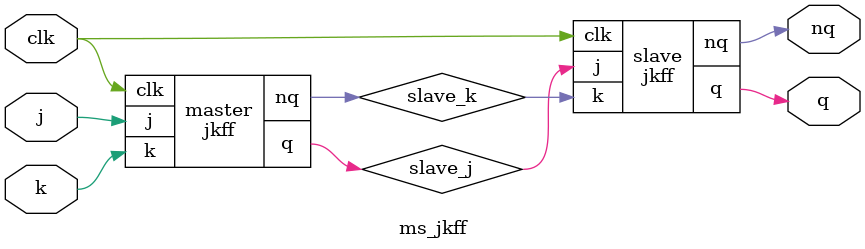
<source format=v>



module jkff(j, k, clk, q, nq);
	
	input j, k, clk;
	output reg q = 0;
	output reg nq = 1;
	
	
	always @ (clk) begin
		
		if(j && !k) begin
			q <= 1;
			nq <= 0;
		end
		else if(!j && k) begin
			q <= 0;
			nq <= 1;
		end
		else if(j && k) begin
			q <= nq;
			nq <= q;
		end
		//else nothing changes(!j && !q)
		
		
	end
	
endmodule


module ms_jkff(j, k, clk, q, nq);
	
	input j, k, clk;
	output reg q, nq;
	
	wire slave_j, slave_k;
	
	jkff master(j, k, clk, slave_j, slave_k);
	jkff slave(slave_j, slave_k, clk, q, nq);
	
endmodule

</source>
